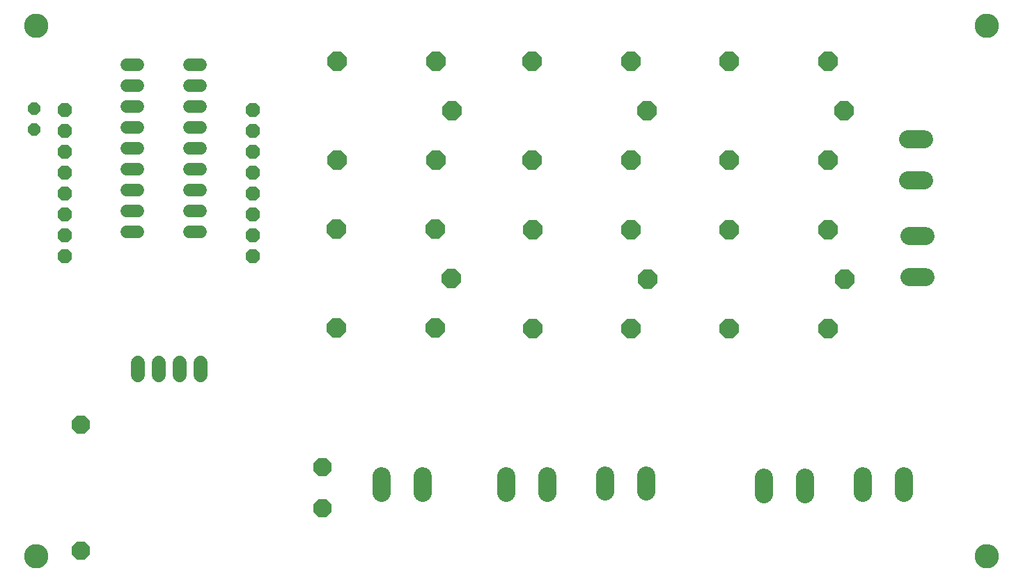
<source format=gbs>
G75*
%MOIN*%
%OFA0B0*%
%FSLAX25Y25*%
%IPPOS*%
%LPD*%
%AMOC8*
5,1,8,0,0,1.08239X$1,22.5*
%
%ADD10C,0.11627*%
%ADD11OC8,0.06800*%
%ADD12OC8,0.08674*%
%ADD13OC8,0.09400*%
%ADD14C,0.06000*%
%ADD15C,0.08600*%
%ADD16OC8,0.06000*%
%ADD17C,0.06800*%
D10*
X0040528Y0046673D03*
X0040528Y0300610D03*
X0495252Y0300610D03*
X0495252Y0046673D03*
D11*
X0144161Y0190291D03*
X0144161Y0200291D03*
X0144161Y0210291D03*
X0144161Y0220291D03*
X0144161Y0230291D03*
X0144161Y0240291D03*
X0144161Y0250291D03*
X0144161Y0260291D03*
X0054161Y0260291D03*
X0054161Y0250291D03*
X0054161Y0240291D03*
X0054161Y0230291D03*
X0054161Y0220291D03*
X0054161Y0210291D03*
X0054161Y0200291D03*
X0054161Y0190291D03*
D12*
X0061596Y0109690D03*
X0061596Y0049060D03*
X0177344Y0069532D03*
X0177344Y0089217D03*
D13*
X0184020Y0155833D03*
X0231264Y0155833D03*
X0239138Y0179455D03*
X0231264Y0203077D03*
X0277947Y0202792D03*
X0325191Y0202792D03*
X0333065Y0179170D03*
X0325191Y0155548D03*
X0277947Y0155548D03*
X0372153Y0155688D03*
X0419397Y0155688D03*
X0427271Y0179310D03*
X0419397Y0202932D03*
X0372153Y0202932D03*
X0372047Y0236156D03*
X0332778Y0259770D03*
X0324904Y0283392D03*
X0277660Y0283392D03*
X0239512Y0259868D03*
X0231638Y0283490D03*
X0184394Y0283490D03*
X0184394Y0236246D03*
X0184020Y0203077D03*
X0231638Y0236246D03*
X0277660Y0236148D03*
X0324904Y0236148D03*
X0372047Y0283400D03*
X0419291Y0283400D03*
X0427165Y0259778D03*
X0419291Y0236156D03*
D14*
X0119079Y0231751D02*
X0113879Y0231751D01*
X0113879Y0241751D02*
X0119079Y0241751D01*
X0119079Y0251751D02*
X0113879Y0251751D01*
X0113879Y0261751D02*
X0119079Y0261751D01*
X0119079Y0271751D02*
X0113879Y0271751D01*
X0113879Y0281751D02*
X0119079Y0281751D01*
X0089079Y0281751D02*
X0083879Y0281751D01*
X0083879Y0271751D02*
X0089079Y0271751D01*
X0089079Y0261751D02*
X0083879Y0261751D01*
X0083879Y0251751D02*
X0089079Y0251751D01*
X0089079Y0241751D02*
X0083879Y0241751D01*
X0083879Y0231751D02*
X0089079Y0231751D01*
X0089079Y0221751D02*
X0083879Y0221751D01*
X0083879Y0211751D02*
X0089079Y0211751D01*
X0089079Y0201751D02*
X0083879Y0201751D01*
X0113879Y0201751D02*
X0119079Y0201751D01*
X0119079Y0211751D02*
X0113879Y0211751D01*
X0113879Y0221751D02*
X0119079Y0221751D01*
D15*
X0205690Y0084758D02*
X0205690Y0076958D01*
X0225390Y0076958D02*
X0225390Y0084758D01*
X0265326Y0084807D02*
X0265326Y0077007D01*
X0285026Y0077007D02*
X0285026Y0084807D01*
X0312571Y0085226D02*
X0312571Y0077426D01*
X0332271Y0077426D02*
X0332271Y0085226D01*
X0388686Y0084173D02*
X0388686Y0076373D01*
X0408386Y0076373D02*
X0408386Y0084173D01*
X0436037Y0084764D02*
X0436037Y0076964D01*
X0455737Y0076964D02*
X0455737Y0084764D01*
X0458270Y0180159D02*
X0466070Y0180159D01*
X0466070Y0199859D02*
X0458270Y0199859D01*
X0457663Y0226553D02*
X0465463Y0226553D01*
X0465463Y0246253D02*
X0457663Y0246253D01*
D16*
X0039252Y0250850D03*
X0039252Y0260850D03*
D17*
X0088931Y0139091D02*
X0088931Y0133091D01*
X0098931Y0133091D02*
X0098931Y0139091D01*
X0108931Y0139091D02*
X0108931Y0133091D01*
X0118931Y0133091D02*
X0118931Y0139091D01*
M02*

</source>
